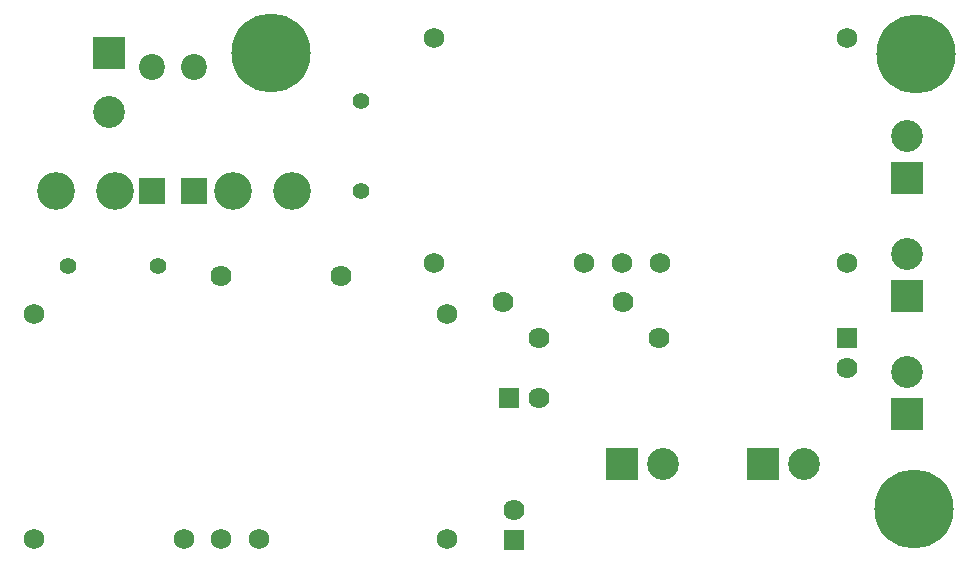
<source format=gbs>
%FSAX42Y42*%
%MOMM*%
G71*
G01*
G75*
G04 Layer_Color=16711935*
%ADD10C,3.70*%
%ADD11C,0.30*%
%ADD12C,1.30*%
%ADD13C,1.00*%
%ADD14C,2.50*%
%ADD15R,2.50X2.50*%
%ADD16C,3.00*%
%ADD17C,1.57*%
%ADD18R,1.57X1.57*%
%ADD19C,6.50*%
%ADD20C,1.20*%
%ADD21R,2.50X2.50*%
%ADD22R,1.57X1.57*%
%ADD23C,1.52*%
%ADD24C,2.00*%
%ADD25R,2.00X2.00*%
%ADD26C,0.15*%
%ADD27C,0.25*%
%ADD28C,0.20*%
%ADD29C,0.30*%
%ADD30R,2.80X0.80*%
%ADD31C,2.70*%
%ADD32R,2.70X2.70*%
%ADD33C,3.20*%
%ADD34C,1.78*%
%ADD35R,1.78X1.78*%
%ADD36C,6.70*%
%ADD37C,1.40*%
%ADD38R,2.70X2.70*%
%ADD39R,1.78X1.78*%
%ADD40C,1.73*%
%ADD41C,2.20*%
%ADD42R,2.20X2.20*%
D31*
X005994Y016590D02*
D03*
X012751Y015386D02*
D03*
Y014386D02*
D03*
X010691Y013614D02*
D03*
X011884D02*
D03*
X012751Y016386D02*
D03*
D32*
X005994Y017090D02*
D03*
X012751Y015036D02*
D03*
Y014036D02*
D03*
Y016036D02*
D03*
D33*
X007050Y015926D02*
D03*
X007550D02*
D03*
X005550D02*
D03*
X006050D02*
D03*
D34*
X009423Y013221D02*
D03*
X009642Y014171D02*
D03*
X009639Y014681D02*
D03*
X010655D02*
D03*
X012243Y014427D02*
D03*
X010350Y014986D02*
D03*
X009335D02*
D03*
X006947Y015202D02*
D03*
X007963D02*
D03*
D35*
X009423Y012967D02*
D03*
X012243Y014681D02*
D03*
D36*
X012814Y013233D02*
D03*
X007366Y017094D02*
D03*
X012827Y017082D02*
D03*
D37*
X006414Y015291D02*
D03*
X005651D02*
D03*
X008128Y015926D02*
D03*
Y016688D02*
D03*
D38*
X010341Y013614D02*
D03*
X011534D02*
D03*
D39*
X009388Y014171D02*
D03*
D40*
X008750Y017221D02*
D03*
X010020Y015311D02*
D03*
X008750D02*
D03*
X010340D02*
D03*
X010660D02*
D03*
X012250D02*
D03*
Y017221D02*
D03*
X005359Y014884D02*
D03*
X006629Y012974D02*
D03*
X005359D02*
D03*
X006949D02*
D03*
X007269D02*
D03*
X008859D02*
D03*
Y014884D02*
D03*
D41*
X006363Y016970D02*
D03*
X006718D02*
D03*
D42*
X006363Y015924D02*
D03*
X006718D02*
D03*
M02*

</source>
